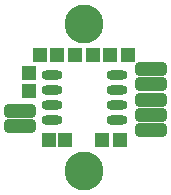
<source format=gts>
G04*
G04 #@! TF.GenerationSoftware,Altium Limited,Altium Designer,20.1.12 (249)*
G04*
G04 Layer_Color=8388736*
%FSLAX25Y25*%
%MOIN*%
G70*
G04*
G04 #@! TF.SameCoordinates,7D390CBD-A1CC-4F8B-97A9-56BF33994722*
G04*
G04*
G04 #@! TF.FilePolarity,Negative*
G04*
G01*
G75*
%ADD11R,0.04737X0.04737*%
%ADD12O,0.07099X0.03162*%
%ADD13R,0.04737X0.04737*%
%ADD14R,0.05131X0.04540*%
G04:AMPARAMS|DCode=15|XSize=47.37mil|YSize=106.42mil|CornerRadius=13.84mil|HoleSize=0mil|Usage=FLASHONLY|Rotation=90.000|XOffset=0mil|YOffset=0mil|HoleType=Round|Shape=RoundedRectangle|*
%AMROUNDEDRECTD15*
21,1,0.04737,0.07874,0,0,90.0*
21,1,0.01968,0.10642,0,0,90.0*
1,1,0.02769,0.03937,0.00984*
1,1,0.02769,0.03937,-0.00984*
1,1,0.02769,-0.03937,-0.00984*
1,1,0.02769,-0.03937,0.00984*
%
%ADD15ROUNDEDRECTD15*%
%ADD16C,0.12992*%
D11*
X14567Y14173D02*
D03*
X8661D02*
D03*
X2953D02*
D03*
X-2953D02*
D03*
X6102Y-14173D02*
D03*
X12008D02*
D03*
D12*
X10827Y-7500D02*
D03*
Y-2500D02*
D03*
Y2500D02*
D03*
Y7500D02*
D03*
X-10827Y-7500D02*
D03*
Y-2500D02*
D03*
Y2500D02*
D03*
Y7500D02*
D03*
D13*
X-18504Y2165D02*
D03*
Y8071D02*
D03*
D14*
X-6299Y-14173D02*
D03*
X-11811D02*
D03*
X-14567Y14173D02*
D03*
X-9055D02*
D03*
D15*
X-21260Y-4331D02*
D03*
X22185Y4468D02*
D03*
Y-10886D02*
D03*
Y9587D02*
D03*
Y-650D02*
D03*
X-21260Y-9449D02*
D03*
X22185Y-5768D02*
D03*
D16*
X0Y-24409D02*
D03*
Y24409D02*
D03*
M02*

</source>
